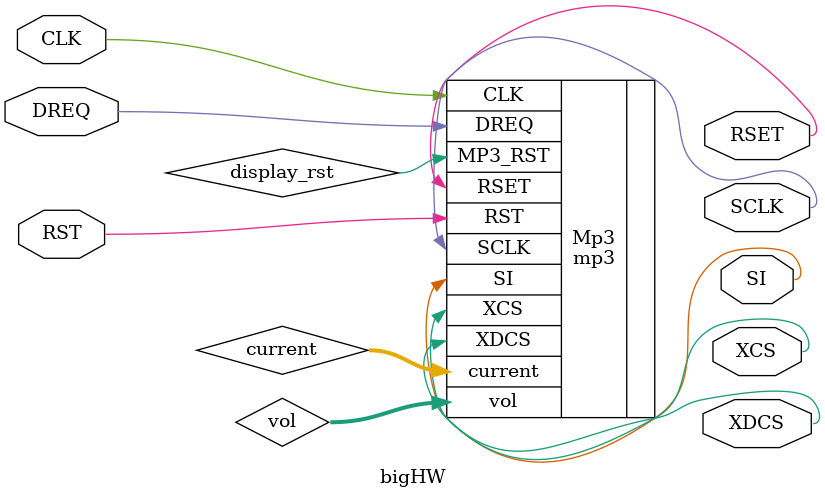
<source format=v>
`timescale 1ns / 1ps


module bigHW(
    input CLK, // out clk
	input RST, // active low 
	
	// mp3 part 
	input DREQ,      // sign for input
	output XDCS, // data control
	output XCS,  // cmd control 
	output RSET, 
	output SI,   // data input
	output SCLK  // clk for VS1003B 
    );

    // mp3 volume
    wire [15:0] vol;
    // current song
	wire [2: 0] current;
    // display rst
	wire display_rst;

    
    // mp3 board
	mp3 Mp3(
		.CLK(CLK), 
		.RST(RST), 
		.DREQ(DREQ),
		.vol(vol),
		.current(current),
		.XDCS(XDCS), 
		.XCS(XCS), 
		.RSET(RSET), 
		.SI(SI),
		.SCLK(SCLK),
		.MP3_RST(display_rst)
	);
	
	
	
endmodule

</source>
